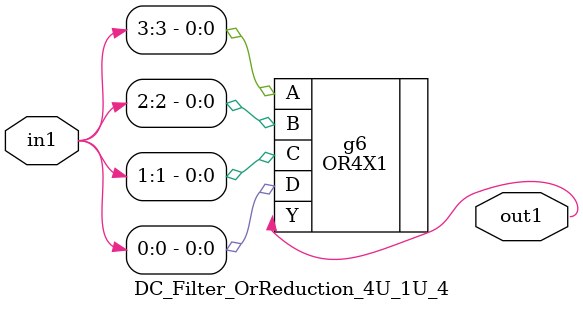
<source format=v>
`timescale 1ps / 1ps


module DC_Filter_OrReduction_4U_1U_4(in1, out1);
  input [3:0] in1;
  output out1;
  wire [3:0] in1;
  wire out1;
  OR4X1 g6(.A (in1[3]), .B (in1[2]), .C (in1[1]), .D (in1[0]), .Y
       (out1));
endmodule


</source>
